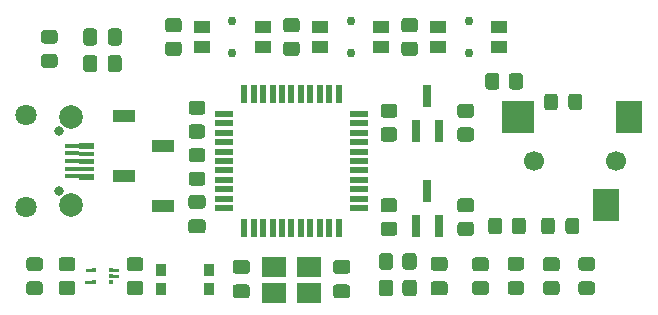
<source format=gbr>
%TF.GenerationSoftware,KiCad,Pcbnew,(5.1.9)-1*%
%TF.CreationDate,2021-12-06T20:25:47-06:00*%
%TF.ProjectId,microkfd,6d696372-6f6b-4666-942e-6b696361645f,A*%
%TF.SameCoordinates,Original*%
%TF.FileFunction,Soldermask,Top*%
%TF.FilePolarity,Negative*%
%FSLAX46Y46*%
G04 Gerber Fmt 4.6, Leading zero omitted, Abs format (unit mm)*
G04 Created by KiCad (PCBNEW (5.1.9)-1) date 2021-12-06 20:25:47*
%MOMM*%
%LPD*%
G01*
G04 APERTURE LIST*
%ADD10C,0.100000*%
%ADD11R,1.300000X0.450000*%
%ADD12C,2.000000*%
%ADD13C,1.800000*%
%ADD14C,0.800000*%
%ADD15R,1.500000X0.550000*%
%ADD16R,0.550000X1.500000*%
%ADD17R,2.200000X2.800000*%
%ADD18R,2.800000X2.800000*%
%ADD19C,1.700000*%
%ADD20R,1.900000X1.000000*%
%ADD21R,0.800000X1.900000*%
%ADD22R,0.900000X1.000000*%
%ADD23R,1.450000X1.000000*%
%ADD24C,0.750000*%
%ADD25R,0.450000X0.300000*%
%ADD26R,2.100000X1.800000*%
G04 APERTURE END LIST*
D10*
G36*
X98100000Y-110350000D02*
G01*
X97550000Y-110350000D01*
X97550000Y-110150000D01*
X98100000Y-110150000D01*
X98100000Y-110350000D01*
G37*
X98100000Y-110350000D02*
X97550000Y-110350000D01*
X97550000Y-110150000D01*
X98100000Y-110150000D01*
X98100000Y-110350000D01*
G36*
X98100000Y-109350000D02*
G01*
X97600000Y-109350000D01*
X97600000Y-109150000D01*
X98100000Y-109150000D01*
X98100000Y-109350000D01*
G37*
X98100000Y-109350000D02*
X97600000Y-109350000D01*
X97600000Y-109150000D01*
X98100000Y-109150000D01*
X98100000Y-109350000D01*
G36*
X100350000Y-109350000D02*
G01*
X99900000Y-109350000D01*
X99900000Y-109150000D01*
X100350000Y-109150000D01*
X100350000Y-109350000D01*
G37*
X100350000Y-109350000D02*
X99900000Y-109350000D01*
X99900000Y-109150000D01*
X100350000Y-109150000D01*
X100350000Y-109350000D01*
G36*
X100350000Y-109850000D02*
G01*
X99900000Y-109850000D01*
X99900000Y-109650000D01*
X100350000Y-109650000D01*
X100350000Y-109850000D01*
G37*
X100350000Y-109850000D02*
X99900000Y-109850000D01*
X99900000Y-109650000D01*
X100350000Y-109650000D01*
X100350000Y-109850000D01*
G36*
X98200000Y-101500000D02*
G01*
X97000000Y-101500000D01*
X97000000Y-101100000D01*
X98200000Y-101100000D01*
X98200000Y-101500000D01*
G37*
X98200000Y-101500000D02*
X97000000Y-101500000D01*
X97000000Y-101100000D01*
X98200000Y-101100000D01*
X98200000Y-101500000D01*
G36*
X98200000Y-100800000D02*
G01*
X97000000Y-100800000D01*
X97000000Y-100500000D01*
X98200000Y-100500000D01*
X98200000Y-100800000D01*
G37*
X98200000Y-100800000D02*
X97000000Y-100800000D01*
X97000000Y-100500000D01*
X98200000Y-100500000D01*
X98200000Y-100800000D01*
G36*
X98200000Y-100200000D02*
G01*
X97000000Y-100200000D01*
X97000000Y-99800000D01*
X98200000Y-99800000D01*
X98200000Y-100200000D01*
G37*
X98200000Y-100200000D02*
X97000000Y-100200000D01*
X97000000Y-99800000D01*
X98200000Y-99800000D01*
X98200000Y-100200000D01*
G36*
X98200000Y-99500000D02*
G01*
X97000000Y-99500000D01*
X97000000Y-99200000D01*
X98200000Y-99200000D01*
X98200000Y-99500000D01*
G37*
X98200000Y-99500000D02*
X97000000Y-99500000D01*
X97000000Y-99200000D01*
X98200000Y-99200000D01*
X98200000Y-99500000D01*
G36*
X98200000Y-98900000D02*
G01*
X97000000Y-98900000D01*
X97000000Y-98500000D01*
X98200000Y-98500000D01*
X98200000Y-98900000D01*
G37*
X98200000Y-98900000D02*
X97000000Y-98900000D01*
X97000000Y-98500000D01*
X98200000Y-98500000D01*
X98200000Y-98900000D01*
D11*
%TO.C,J1*%
X96400000Y-98700000D03*
X96400000Y-99350000D03*
X96400000Y-100000000D03*
X96400000Y-100650000D03*
X96400000Y-101300000D03*
D12*
X96350000Y-96275000D03*
X96350000Y-103725000D03*
D13*
X92550000Y-96125000D03*
X92550000Y-103875000D03*
D14*
X95300000Y-97500000D03*
X95300000Y-102500000D03*
%TD*%
D15*
%TO.C,U2*%
X109300000Y-96000000D03*
X109300000Y-96800000D03*
X109300000Y-97600000D03*
X109300000Y-98400000D03*
X109300000Y-99200000D03*
X109300000Y-100000000D03*
X109300000Y-100800000D03*
X109300000Y-101600000D03*
X109300000Y-102400000D03*
X109300000Y-103200000D03*
X109300000Y-104000000D03*
D16*
X111000000Y-105700000D03*
X111800000Y-105700000D03*
X112600000Y-105700000D03*
X113400000Y-105700000D03*
X114200000Y-105700000D03*
X115000000Y-105700000D03*
X115800000Y-105700000D03*
X116600000Y-105700000D03*
X117400000Y-105700000D03*
X118200000Y-105700000D03*
X119000000Y-105700000D03*
D15*
X120700000Y-104000000D03*
X120700000Y-103200000D03*
X120700000Y-102400000D03*
X120700000Y-101600000D03*
X120700000Y-100800000D03*
X120700000Y-100000000D03*
X120700000Y-99200000D03*
X120700000Y-98400000D03*
X120700000Y-97600000D03*
X120700000Y-96800000D03*
X120700000Y-96000000D03*
D16*
X119000000Y-94300000D03*
X118200000Y-94300000D03*
X117400000Y-94300000D03*
X116600000Y-94300000D03*
X115800000Y-94300000D03*
X115000000Y-94300000D03*
X114200000Y-94300000D03*
X113400000Y-94300000D03*
X112600000Y-94300000D03*
X111800000Y-94300000D03*
X111000000Y-94300000D03*
%TD*%
%TO.C,C1*%
G36*
G01*
X119725000Y-109550000D02*
X118775000Y-109550000D01*
G75*
G02*
X118525000Y-109300000I0J250000D01*
G01*
X118525000Y-108625000D01*
G75*
G02*
X118775000Y-108375000I250000J0D01*
G01*
X119725000Y-108375000D01*
G75*
G02*
X119975000Y-108625000I0J-250000D01*
G01*
X119975000Y-109300000D01*
G75*
G02*
X119725000Y-109550000I-250000J0D01*
G01*
G37*
G36*
G01*
X119725000Y-111625000D02*
X118775000Y-111625000D01*
G75*
G02*
X118525000Y-111375000I0J250000D01*
G01*
X118525000Y-110700000D01*
G75*
G02*
X118775000Y-110450000I250000J0D01*
G01*
X119725000Y-110450000D01*
G75*
G02*
X119975000Y-110700000I0J-250000D01*
G01*
X119975000Y-111375000D01*
G75*
G02*
X119725000Y-111625000I-250000J0D01*
G01*
G37*
%TD*%
%TO.C,C2*%
G36*
G01*
X110275000Y-110450000D02*
X111225000Y-110450000D01*
G75*
G02*
X111475000Y-110700000I0J-250000D01*
G01*
X111475000Y-111375000D01*
G75*
G02*
X111225000Y-111625000I-250000J0D01*
G01*
X110275000Y-111625000D01*
G75*
G02*
X110025000Y-111375000I0J250000D01*
G01*
X110025000Y-110700000D01*
G75*
G02*
X110275000Y-110450000I250000J0D01*
G01*
G37*
G36*
G01*
X110275000Y-108375000D02*
X111225000Y-108375000D01*
G75*
G02*
X111475000Y-108625000I0J-250000D01*
G01*
X111475000Y-109300000D01*
G75*
G02*
X111225000Y-109550000I-250000J0D01*
G01*
X110275000Y-109550000D01*
G75*
G02*
X110025000Y-109300000I0J250000D01*
G01*
X110025000Y-108625000D01*
G75*
G02*
X110275000Y-108375000I250000J0D01*
G01*
G37*
%TD*%
%TO.C,C3*%
G36*
G01*
X106525000Y-102875000D02*
X107475000Y-102875000D01*
G75*
G02*
X107725000Y-103125000I0J-250000D01*
G01*
X107725000Y-103800000D01*
G75*
G02*
X107475000Y-104050000I-250000J0D01*
G01*
X106525000Y-104050000D01*
G75*
G02*
X106275000Y-103800000I0J250000D01*
G01*
X106275000Y-103125000D01*
G75*
G02*
X106525000Y-102875000I250000J0D01*
G01*
G37*
G36*
G01*
X106525000Y-104950000D02*
X107475000Y-104950000D01*
G75*
G02*
X107725000Y-105200000I0J-250000D01*
G01*
X107725000Y-105875000D01*
G75*
G02*
X107475000Y-106125000I-250000J0D01*
G01*
X106525000Y-106125000D01*
G75*
G02*
X106275000Y-105875000I0J250000D01*
G01*
X106275000Y-105200000D01*
G75*
G02*
X106525000Y-104950000I250000J0D01*
G01*
G37*
%TD*%
%TO.C,C4*%
G36*
G01*
X97375000Y-89975000D02*
X97375000Y-89025000D01*
G75*
G02*
X97625000Y-88775000I250000J0D01*
G01*
X98300000Y-88775000D01*
G75*
G02*
X98550000Y-89025000I0J-250000D01*
G01*
X98550000Y-89975000D01*
G75*
G02*
X98300000Y-90225000I-250000J0D01*
G01*
X97625000Y-90225000D01*
G75*
G02*
X97375000Y-89975000I0J250000D01*
G01*
G37*
G36*
G01*
X99450000Y-89975000D02*
X99450000Y-89025000D01*
G75*
G02*
X99700000Y-88775000I250000J0D01*
G01*
X100375000Y-88775000D01*
G75*
G02*
X100625000Y-89025000I0J-250000D01*
G01*
X100625000Y-89975000D01*
G75*
G02*
X100375000Y-90225000I-250000J0D01*
G01*
X99700000Y-90225000D01*
G75*
G02*
X99450000Y-89975000I0J250000D01*
G01*
G37*
%TD*%
%TO.C,C5*%
G36*
G01*
X127975000Y-111375000D02*
X127025000Y-111375000D01*
G75*
G02*
X126775000Y-111125000I0J250000D01*
G01*
X126775000Y-110450000D01*
G75*
G02*
X127025000Y-110200000I250000J0D01*
G01*
X127975000Y-110200000D01*
G75*
G02*
X128225000Y-110450000I0J-250000D01*
G01*
X128225000Y-111125000D01*
G75*
G02*
X127975000Y-111375000I-250000J0D01*
G01*
G37*
G36*
G01*
X127975000Y-109300000D02*
X127025000Y-109300000D01*
G75*
G02*
X126775000Y-109050000I0J250000D01*
G01*
X126775000Y-108375000D01*
G75*
G02*
X127025000Y-108125000I250000J0D01*
G01*
X127975000Y-108125000D01*
G75*
G02*
X128225000Y-108375000I0J-250000D01*
G01*
X128225000Y-109050000D01*
G75*
G02*
X127975000Y-109300000I-250000J0D01*
G01*
G37*
%TD*%
%TO.C,C6*%
G36*
G01*
X99450000Y-92225000D02*
X99450000Y-91275000D01*
G75*
G02*
X99700000Y-91025000I250000J0D01*
G01*
X100375000Y-91025000D01*
G75*
G02*
X100625000Y-91275000I0J-250000D01*
G01*
X100625000Y-92225000D01*
G75*
G02*
X100375000Y-92475000I-250000J0D01*
G01*
X99700000Y-92475000D01*
G75*
G02*
X99450000Y-92225000I0J250000D01*
G01*
G37*
G36*
G01*
X97375000Y-92225000D02*
X97375000Y-91275000D01*
G75*
G02*
X97625000Y-91025000I250000J0D01*
G01*
X98300000Y-91025000D01*
G75*
G02*
X98550000Y-91275000I0J-250000D01*
G01*
X98550000Y-92225000D01*
G75*
G02*
X98300000Y-92475000I-250000J0D01*
G01*
X97625000Y-92475000D01*
G75*
G02*
X97375000Y-92225000I0J250000D01*
G01*
G37*
%TD*%
%TO.C,D1*%
G36*
G01*
X136400000Y-95450001D02*
X136400000Y-94549999D01*
G75*
G02*
X136649999Y-94300000I249999J0D01*
G01*
X137300001Y-94300000D01*
G75*
G02*
X137550000Y-94549999I0J-249999D01*
G01*
X137550000Y-95450001D01*
G75*
G02*
X137300001Y-95700000I-249999J0D01*
G01*
X136649999Y-95700000D01*
G75*
G02*
X136400000Y-95450001I0J249999D01*
G01*
G37*
G36*
G01*
X138450000Y-95450001D02*
X138450000Y-94549999D01*
G75*
G02*
X138699999Y-94300000I249999J0D01*
G01*
X139350001Y-94300000D01*
G75*
G02*
X139600000Y-94549999I0J-249999D01*
G01*
X139600000Y-95450001D01*
G75*
G02*
X139350001Y-95700000I-249999J0D01*
G01*
X138699999Y-95700000D01*
G75*
G02*
X138450000Y-95450001I0J249999D01*
G01*
G37*
%TD*%
%TO.C,D2*%
G36*
G01*
X139350000Y-105049999D02*
X139350000Y-105950001D01*
G75*
G02*
X139100001Y-106200000I-249999J0D01*
G01*
X138449999Y-106200000D01*
G75*
G02*
X138200000Y-105950001I0J249999D01*
G01*
X138200000Y-105049999D01*
G75*
G02*
X138449999Y-104800000I249999J0D01*
G01*
X139100001Y-104800000D01*
G75*
G02*
X139350000Y-105049999I0J-249999D01*
G01*
G37*
G36*
G01*
X137300000Y-105049999D02*
X137300000Y-105950001D01*
G75*
G02*
X137050001Y-106200000I-249999J0D01*
G01*
X136399999Y-106200000D01*
G75*
G02*
X136150000Y-105950001I0J249999D01*
G01*
X136150000Y-105049999D01*
G75*
G02*
X136399999Y-104800000I249999J0D01*
G01*
X137050001Y-104800000D01*
G75*
G02*
X137300000Y-105049999I0J-249999D01*
G01*
G37*
%TD*%
%TO.C,D3*%
G36*
G01*
X92799999Y-110200000D02*
X93700001Y-110200000D01*
G75*
G02*
X93950000Y-110449999I0J-249999D01*
G01*
X93950000Y-111100001D01*
G75*
G02*
X93700001Y-111350000I-249999J0D01*
G01*
X92799999Y-111350000D01*
G75*
G02*
X92550000Y-111100001I0J249999D01*
G01*
X92550000Y-110449999D01*
G75*
G02*
X92799999Y-110200000I249999J0D01*
G01*
G37*
G36*
G01*
X92799999Y-108150000D02*
X93700001Y-108150000D01*
G75*
G02*
X93950000Y-108399999I0J-249999D01*
G01*
X93950000Y-109050001D01*
G75*
G02*
X93700001Y-109300000I-249999J0D01*
G01*
X92799999Y-109300000D01*
G75*
G02*
X92550000Y-109050001I0J249999D01*
G01*
X92550000Y-108399999D01*
G75*
G02*
X92799999Y-108150000I249999J0D01*
G01*
G37*
%TD*%
%TO.C,D4*%
G36*
G01*
X134450001Y-111325000D02*
X133549999Y-111325000D01*
G75*
G02*
X133300000Y-111075001I0J249999D01*
G01*
X133300000Y-110424999D01*
G75*
G02*
X133549999Y-110175000I249999J0D01*
G01*
X134450001Y-110175000D01*
G75*
G02*
X134700000Y-110424999I0J-249999D01*
G01*
X134700000Y-111075001D01*
G75*
G02*
X134450001Y-111325000I-249999J0D01*
G01*
G37*
G36*
G01*
X134450001Y-109275000D02*
X133549999Y-109275000D01*
G75*
G02*
X133300000Y-109025001I0J249999D01*
G01*
X133300000Y-108374999D01*
G75*
G02*
X133549999Y-108125000I249999J0D01*
G01*
X134450001Y-108125000D01*
G75*
G02*
X134700000Y-108374999I0J-249999D01*
G01*
X134700000Y-109025001D01*
G75*
G02*
X134450001Y-109275000I-249999J0D01*
G01*
G37*
%TD*%
%TO.C,D5*%
G36*
G01*
X140450001Y-109300000D02*
X139549999Y-109300000D01*
G75*
G02*
X139300000Y-109050001I0J249999D01*
G01*
X139300000Y-108399999D01*
G75*
G02*
X139549999Y-108150000I249999J0D01*
G01*
X140450001Y-108150000D01*
G75*
G02*
X140700000Y-108399999I0J-249999D01*
G01*
X140700000Y-109050001D01*
G75*
G02*
X140450001Y-109300000I-249999J0D01*
G01*
G37*
G36*
G01*
X140450001Y-111350000D02*
X139549999Y-111350000D01*
G75*
G02*
X139300000Y-111100001I0J249999D01*
G01*
X139300000Y-110449999D01*
G75*
G02*
X139549999Y-110200000I249999J0D01*
G01*
X140450001Y-110200000D01*
G75*
G02*
X140700000Y-110449999I0J-249999D01*
G01*
X140700000Y-111100001D01*
G75*
G02*
X140450001Y-111350000I-249999J0D01*
G01*
G37*
%TD*%
%TO.C,F1*%
G36*
G01*
X94049999Y-88900000D02*
X94950001Y-88900000D01*
G75*
G02*
X95200000Y-89149999I0J-249999D01*
G01*
X95200000Y-89800001D01*
G75*
G02*
X94950001Y-90050000I-249999J0D01*
G01*
X94049999Y-90050000D01*
G75*
G02*
X93800000Y-89800001I0J249999D01*
G01*
X93800000Y-89149999D01*
G75*
G02*
X94049999Y-88900000I249999J0D01*
G01*
G37*
G36*
G01*
X94049999Y-90950000D02*
X94950001Y-90950000D01*
G75*
G02*
X95200000Y-91199999I0J-249999D01*
G01*
X95200000Y-91850001D01*
G75*
G02*
X94950001Y-92100000I-249999J0D01*
G01*
X94049999Y-92100000D01*
G75*
G02*
X93800000Y-91850001I0J249999D01*
G01*
X93800000Y-91199999D01*
G75*
G02*
X94049999Y-90950000I249999J0D01*
G01*
G37*
%TD*%
D17*
%TO.C,J2*%
X141600000Y-103700000D03*
X143600000Y-96300000D03*
D18*
X134200000Y-96300000D03*
D19*
X142500000Y-100000000D03*
X135500000Y-100000000D03*
%TD*%
D20*
%TO.C,J3*%
X104150000Y-103810000D03*
X104150000Y-98730000D03*
X100850000Y-101270000D03*
X100850000Y-96190000D03*
%TD*%
D21*
%TO.C,Q1*%
X125550000Y-97500000D03*
X127450000Y-97500000D03*
X126500000Y-94500000D03*
%TD*%
%TO.C,Q2*%
X126500000Y-102500000D03*
X127450000Y-105500000D03*
X125550000Y-105500000D03*
%TD*%
%TO.C,R1*%
G36*
G01*
X106549999Y-98900000D02*
X107450001Y-98900000D01*
G75*
G02*
X107700000Y-99149999I0J-249999D01*
G01*
X107700000Y-99850001D01*
G75*
G02*
X107450001Y-100100000I-249999J0D01*
G01*
X106549999Y-100100000D01*
G75*
G02*
X106300000Y-99850001I0J249999D01*
G01*
X106300000Y-99149999D01*
G75*
G02*
X106549999Y-98900000I249999J0D01*
G01*
G37*
G36*
G01*
X106549999Y-100900000D02*
X107450001Y-100900000D01*
G75*
G02*
X107700000Y-101149999I0J-249999D01*
G01*
X107700000Y-101850001D01*
G75*
G02*
X107450001Y-102100000I-249999J0D01*
G01*
X106549999Y-102100000D01*
G75*
G02*
X106300000Y-101850001I0J249999D01*
G01*
X106300000Y-101149999D01*
G75*
G02*
X106549999Y-100900000I249999J0D01*
G01*
G37*
%TD*%
%TO.C,R2*%
G36*
G01*
X106549999Y-96900000D02*
X107450001Y-96900000D01*
G75*
G02*
X107700000Y-97149999I0J-249999D01*
G01*
X107700000Y-97850001D01*
G75*
G02*
X107450001Y-98100000I-249999J0D01*
G01*
X106549999Y-98100000D01*
G75*
G02*
X106300000Y-97850001I0J249999D01*
G01*
X106300000Y-97149999D01*
G75*
G02*
X106549999Y-96900000I249999J0D01*
G01*
G37*
G36*
G01*
X106549999Y-94900000D02*
X107450001Y-94900000D01*
G75*
G02*
X107700000Y-95149999I0J-249999D01*
G01*
X107700000Y-95850001D01*
G75*
G02*
X107450001Y-96100000I-249999J0D01*
G01*
X106549999Y-96100000D01*
G75*
G02*
X106300000Y-95850001I0J249999D01*
G01*
X106300000Y-95149999D01*
G75*
G02*
X106549999Y-94900000I249999J0D01*
G01*
G37*
%TD*%
%TO.C,R3*%
G36*
G01*
X102200001Y-109350000D02*
X101299999Y-109350000D01*
G75*
G02*
X101050000Y-109100001I0J249999D01*
G01*
X101050000Y-108399999D01*
G75*
G02*
X101299999Y-108150000I249999J0D01*
G01*
X102200001Y-108150000D01*
G75*
G02*
X102450000Y-108399999I0J-249999D01*
G01*
X102450000Y-109100001D01*
G75*
G02*
X102200001Y-109350000I-249999J0D01*
G01*
G37*
G36*
G01*
X102200001Y-111350000D02*
X101299999Y-111350000D01*
G75*
G02*
X101050000Y-111100001I0J249999D01*
G01*
X101050000Y-110399999D01*
G75*
G02*
X101299999Y-110150000I249999J0D01*
G01*
X102200001Y-110150000D01*
G75*
G02*
X102450000Y-110399999I0J-249999D01*
G01*
X102450000Y-111100001D01*
G75*
G02*
X102200001Y-111350000I-249999J0D01*
G01*
G37*
%TD*%
%TO.C,R4*%
G36*
G01*
X122400000Y-111200001D02*
X122400000Y-110299999D01*
G75*
G02*
X122649999Y-110050000I249999J0D01*
G01*
X123350001Y-110050000D01*
G75*
G02*
X123600000Y-110299999I0J-249999D01*
G01*
X123600000Y-111200001D01*
G75*
G02*
X123350001Y-111450000I-249999J0D01*
G01*
X122649999Y-111450000D01*
G75*
G02*
X122400000Y-111200001I0J249999D01*
G01*
G37*
G36*
G01*
X124400000Y-111200001D02*
X124400000Y-110299999D01*
G75*
G02*
X124649999Y-110050000I249999J0D01*
G01*
X125350001Y-110050000D01*
G75*
G02*
X125600000Y-110299999I0J-249999D01*
G01*
X125600000Y-111200001D01*
G75*
G02*
X125350001Y-111450000I-249999J0D01*
G01*
X124649999Y-111450000D01*
G75*
G02*
X124400000Y-111200001I0J249999D01*
G01*
G37*
%TD*%
%TO.C,R5*%
G36*
G01*
X105450001Y-89100000D02*
X104549999Y-89100000D01*
G75*
G02*
X104300000Y-88850001I0J249999D01*
G01*
X104300000Y-88149999D01*
G75*
G02*
X104549999Y-87900000I249999J0D01*
G01*
X105450001Y-87900000D01*
G75*
G02*
X105700000Y-88149999I0J-249999D01*
G01*
X105700000Y-88850001D01*
G75*
G02*
X105450001Y-89100000I-249999J0D01*
G01*
G37*
G36*
G01*
X105450001Y-91100000D02*
X104549999Y-91100000D01*
G75*
G02*
X104300000Y-90850001I0J249999D01*
G01*
X104300000Y-90149999D01*
G75*
G02*
X104549999Y-89900000I249999J0D01*
G01*
X105450001Y-89900000D01*
G75*
G02*
X105700000Y-90149999I0J-249999D01*
G01*
X105700000Y-90850001D01*
G75*
G02*
X105450001Y-91100000I-249999J0D01*
G01*
G37*
%TD*%
%TO.C,R6*%
G36*
G01*
X122400000Y-108950001D02*
X122400000Y-108049999D01*
G75*
G02*
X122649999Y-107800000I249999J0D01*
G01*
X123350001Y-107800000D01*
G75*
G02*
X123600000Y-108049999I0J-249999D01*
G01*
X123600000Y-108950001D01*
G75*
G02*
X123350001Y-109200000I-249999J0D01*
G01*
X122649999Y-109200000D01*
G75*
G02*
X122400000Y-108950001I0J249999D01*
G01*
G37*
G36*
G01*
X124400000Y-108950001D02*
X124400000Y-108049999D01*
G75*
G02*
X124649999Y-107800000I249999J0D01*
G01*
X125350001Y-107800000D01*
G75*
G02*
X125600000Y-108049999I0J-249999D01*
G01*
X125600000Y-108950001D01*
G75*
G02*
X125350001Y-109200000I-249999J0D01*
G01*
X124649999Y-109200000D01*
G75*
G02*
X124400000Y-108950001I0J249999D01*
G01*
G37*
%TD*%
%TO.C,R7*%
G36*
G01*
X115450001Y-91100000D02*
X114549999Y-91100000D01*
G75*
G02*
X114300000Y-90850001I0J249999D01*
G01*
X114300000Y-90149999D01*
G75*
G02*
X114549999Y-89900000I249999J0D01*
G01*
X115450001Y-89900000D01*
G75*
G02*
X115700000Y-90149999I0J-249999D01*
G01*
X115700000Y-90850001D01*
G75*
G02*
X115450001Y-91100000I-249999J0D01*
G01*
G37*
G36*
G01*
X115450001Y-89100000D02*
X114549999Y-89100000D01*
G75*
G02*
X114300000Y-88850001I0J249999D01*
G01*
X114300000Y-88149999D01*
G75*
G02*
X114549999Y-87900000I249999J0D01*
G01*
X115450001Y-87900000D01*
G75*
G02*
X115700000Y-88149999I0J-249999D01*
G01*
X115700000Y-88850001D01*
G75*
G02*
X115450001Y-89100000I-249999J0D01*
G01*
G37*
%TD*%
%TO.C,R8*%
G36*
G01*
X123700001Y-96350000D02*
X122799999Y-96350000D01*
G75*
G02*
X122550000Y-96100001I0J249999D01*
G01*
X122550000Y-95399999D01*
G75*
G02*
X122799999Y-95150000I249999J0D01*
G01*
X123700001Y-95150000D01*
G75*
G02*
X123950000Y-95399999I0J-249999D01*
G01*
X123950000Y-96100001D01*
G75*
G02*
X123700001Y-96350000I-249999J0D01*
G01*
G37*
G36*
G01*
X123700001Y-98350000D02*
X122799999Y-98350000D01*
G75*
G02*
X122550000Y-98100001I0J249999D01*
G01*
X122550000Y-97399999D01*
G75*
G02*
X122799999Y-97150000I249999J0D01*
G01*
X123700001Y-97150000D01*
G75*
G02*
X123950000Y-97399999I0J-249999D01*
G01*
X123950000Y-98100001D01*
G75*
G02*
X123700001Y-98350000I-249999J0D01*
G01*
G37*
%TD*%
%TO.C,R9*%
G36*
G01*
X123700001Y-106350000D02*
X122799999Y-106350000D01*
G75*
G02*
X122550000Y-106100001I0J249999D01*
G01*
X122550000Y-105399999D01*
G75*
G02*
X122799999Y-105150000I249999J0D01*
G01*
X123700001Y-105150000D01*
G75*
G02*
X123950000Y-105399999I0J-249999D01*
G01*
X123950000Y-106100001D01*
G75*
G02*
X123700001Y-106350000I-249999J0D01*
G01*
G37*
G36*
G01*
X123700001Y-104350000D02*
X122799999Y-104350000D01*
G75*
G02*
X122550000Y-104100001I0J249999D01*
G01*
X122550000Y-103399999D01*
G75*
G02*
X122799999Y-103150000I249999J0D01*
G01*
X123700001Y-103150000D01*
G75*
G02*
X123950000Y-103399999I0J-249999D01*
G01*
X123950000Y-104100001D01*
G75*
G02*
X123700001Y-104350000I-249999J0D01*
G01*
G37*
%TD*%
%TO.C,R10*%
G36*
G01*
X129299999Y-95150000D02*
X130200001Y-95150000D01*
G75*
G02*
X130450000Y-95399999I0J-249999D01*
G01*
X130450000Y-96100001D01*
G75*
G02*
X130200001Y-96350000I-249999J0D01*
G01*
X129299999Y-96350000D01*
G75*
G02*
X129050000Y-96100001I0J249999D01*
G01*
X129050000Y-95399999D01*
G75*
G02*
X129299999Y-95150000I249999J0D01*
G01*
G37*
G36*
G01*
X129299999Y-97150000D02*
X130200001Y-97150000D01*
G75*
G02*
X130450000Y-97399999I0J-249999D01*
G01*
X130450000Y-98100001D01*
G75*
G02*
X130200001Y-98350000I-249999J0D01*
G01*
X129299999Y-98350000D01*
G75*
G02*
X129050000Y-98100001I0J249999D01*
G01*
X129050000Y-97399999D01*
G75*
G02*
X129299999Y-97150000I249999J0D01*
G01*
G37*
%TD*%
%TO.C,R11*%
G36*
G01*
X130200001Y-106350000D02*
X129299999Y-106350000D01*
G75*
G02*
X129050000Y-106100001I0J249999D01*
G01*
X129050000Y-105399999D01*
G75*
G02*
X129299999Y-105150000I249999J0D01*
G01*
X130200001Y-105150000D01*
G75*
G02*
X130450000Y-105399999I0J-249999D01*
G01*
X130450000Y-106100001D01*
G75*
G02*
X130200001Y-106350000I-249999J0D01*
G01*
G37*
G36*
G01*
X130200001Y-104350000D02*
X129299999Y-104350000D01*
G75*
G02*
X129050000Y-104100001I0J249999D01*
G01*
X129050000Y-103399999D01*
G75*
G02*
X129299999Y-103150000I249999J0D01*
G01*
X130200001Y-103150000D01*
G75*
G02*
X130450000Y-103399999I0J-249999D01*
G01*
X130450000Y-104100001D01*
G75*
G02*
X130200001Y-104350000I-249999J0D01*
G01*
G37*
%TD*%
%TO.C,R12*%
G36*
G01*
X125450001Y-89100000D02*
X124549999Y-89100000D01*
G75*
G02*
X124300000Y-88850001I0J249999D01*
G01*
X124300000Y-88149999D01*
G75*
G02*
X124549999Y-87900000I249999J0D01*
G01*
X125450001Y-87900000D01*
G75*
G02*
X125700000Y-88149999I0J-249999D01*
G01*
X125700000Y-88850001D01*
G75*
G02*
X125450001Y-89100000I-249999J0D01*
G01*
G37*
G36*
G01*
X125450001Y-91100000D02*
X124549999Y-91100000D01*
G75*
G02*
X124300000Y-90850001I0J249999D01*
G01*
X124300000Y-90149999D01*
G75*
G02*
X124549999Y-89900000I249999J0D01*
G01*
X125450001Y-89900000D01*
G75*
G02*
X125700000Y-90149999I0J-249999D01*
G01*
X125700000Y-90850001D01*
G75*
G02*
X125450001Y-91100000I-249999J0D01*
G01*
G37*
%TD*%
%TO.C,R13*%
G36*
G01*
X131400000Y-93700001D02*
X131400000Y-92799999D01*
G75*
G02*
X131649999Y-92550000I249999J0D01*
G01*
X132350001Y-92550000D01*
G75*
G02*
X132600000Y-92799999I0J-249999D01*
G01*
X132600000Y-93700001D01*
G75*
G02*
X132350001Y-93950000I-249999J0D01*
G01*
X131649999Y-93950000D01*
G75*
G02*
X131400000Y-93700001I0J249999D01*
G01*
G37*
G36*
G01*
X133400000Y-93700001D02*
X133400000Y-92799999D01*
G75*
G02*
X133649999Y-92550000I249999J0D01*
G01*
X134350001Y-92550000D01*
G75*
G02*
X134600000Y-92799999I0J-249999D01*
G01*
X134600000Y-93700001D01*
G75*
G02*
X134350001Y-93950000I-249999J0D01*
G01*
X133649999Y-93950000D01*
G75*
G02*
X133400000Y-93700001I0J249999D01*
G01*
G37*
%TD*%
%TO.C,R14*%
G36*
G01*
X133650000Y-105950001D02*
X133650000Y-105049999D01*
G75*
G02*
X133899999Y-104800000I249999J0D01*
G01*
X134600001Y-104800000D01*
G75*
G02*
X134850000Y-105049999I0J-249999D01*
G01*
X134850000Y-105950001D01*
G75*
G02*
X134600001Y-106200000I-249999J0D01*
G01*
X133899999Y-106200000D01*
G75*
G02*
X133650000Y-105950001I0J249999D01*
G01*
G37*
G36*
G01*
X131650000Y-105950001D02*
X131650000Y-105049999D01*
G75*
G02*
X131899999Y-104800000I249999J0D01*
G01*
X132600001Y-104800000D01*
G75*
G02*
X132850000Y-105049999I0J-249999D01*
G01*
X132850000Y-105950001D01*
G75*
G02*
X132600001Y-106200000I-249999J0D01*
G01*
X131899999Y-106200000D01*
G75*
G02*
X131650000Y-105950001I0J249999D01*
G01*
G37*
%TD*%
%TO.C,R15*%
G36*
G01*
X95549999Y-110150000D02*
X96450001Y-110150000D01*
G75*
G02*
X96700000Y-110399999I0J-249999D01*
G01*
X96700000Y-111100001D01*
G75*
G02*
X96450001Y-111350000I-249999J0D01*
G01*
X95549999Y-111350000D01*
G75*
G02*
X95300000Y-111100001I0J249999D01*
G01*
X95300000Y-110399999D01*
G75*
G02*
X95549999Y-110150000I249999J0D01*
G01*
G37*
G36*
G01*
X95549999Y-108150000D02*
X96450001Y-108150000D01*
G75*
G02*
X96700000Y-108399999I0J-249999D01*
G01*
X96700000Y-109100001D01*
G75*
G02*
X96450001Y-109350000I-249999J0D01*
G01*
X95549999Y-109350000D01*
G75*
G02*
X95300000Y-109100001I0J249999D01*
G01*
X95300000Y-108399999D01*
G75*
G02*
X95549999Y-108150000I249999J0D01*
G01*
G37*
%TD*%
%TO.C,R16*%
G36*
G01*
X130549999Y-108150000D02*
X131450001Y-108150000D01*
G75*
G02*
X131700000Y-108399999I0J-249999D01*
G01*
X131700000Y-109100001D01*
G75*
G02*
X131450001Y-109350000I-249999J0D01*
G01*
X130549999Y-109350000D01*
G75*
G02*
X130300000Y-109100001I0J249999D01*
G01*
X130300000Y-108399999D01*
G75*
G02*
X130549999Y-108150000I249999J0D01*
G01*
G37*
G36*
G01*
X130549999Y-110150000D02*
X131450001Y-110150000D01*
G75*
G02*
X131700000Y-110399999I0J-249999D01*
G01*
X131700000Y-111100001D01*
G75*
G02*
X131450001Y-111350000I-249999J0D01*
G01*
X130549999Y-111350000D01*
G75*
G02*
X130300000Y-111100001I0J249999D01*
G01*
X130300000Y-110399999D01*
G75*
G02*
X130549999Y-110150000I249999J0D01*
G01*
G37*
%TD*%
%TO.C,R17*%
G36*
G01*
X136549999Y-110150000D02*
X137450001Y-110150000D01*
G75*
G02*
X137700000Y-110399999I0J-249999D01*
G01*
X137700000Y-111100001D01*
G75*
G02*
X137450001Y-111350000I-249999J0D01*
G01*
X136549999Y-111350000D01*
G75*
G02*
X136300000Y-111100001I0J249999D01*
G01*
X136300000Y-110399999D01*
G75*
G02*
X136549999Y-110150000I249999J0D01*
G01*
G37*
G36*
G01*
X136549999Y-108150000D02*
X137450001Y-108150000D01*
G75*
G02*
X137700000Y-108399999I0J-249999D01*
G01*
X137700000Y-109100001D01*
G75*
G02*
X137450001Y-109350000I-249999J0D01*
G01*
X136549999Y-109350000D01*
G75*
G02*
X136300000Y-109100001I0J249999D01*
G01*
X136300000Y-108399999D01*
G75*
G02*
X136549999Y-108150000I249999J0D01*
G01*
G37*
%TD*%
D22*
%TO.C,SW1*%
X108050000Y-110800000D03*
X108050000Y-109200000D03*
X103950000Y-110800000D03*
X103950000Y-109200000D03*
%TD*%
D23*
%TO.C,SW2*%
X112575000Y-90350000D03*
X107425000Y-90350000D03*
X107425000Y-88650000D03*
X112575000Y-88650000D03*
D24*
X110000000Y-90875000D03*
X110000000Y-88125000D03*
%TD*%
%TO.C,SW3*%
X120000000Y-88125000D03*
X120000000Y-90875000D03*
D23*
X122575000Y-88650000D03*
X117425000Y-88650000D03*
X117425000Y-90350000D03*
X122575000Y-90350000D03*
%TD*%
%TO.C,SW4*%
X132575000Y-90350000D03*
X127425000Y-90350000D03*
X127425000Y-88650000D03*
X132575000Y-88650000D03*
D24*
X130000000Y-90875000D03*
X130000000Y-88125000D03*
%TD*%
D25*
%TO.C,U1*%
X99700000Y-110250000D03*
X99700000Y-109250000D03*
X98300000Y-110250000D03*
X99700000Y-109750000D03*
X98300000Y-109250000D03*
%TD*%
D26*
%TO.C,Y1*%
X113550000Y-111200000D03*
X116450000Y-111200000D03*
X116450000Y-109000000D03*
X113550000Y-109000000D03*
%TD*%
M02*

</source>
